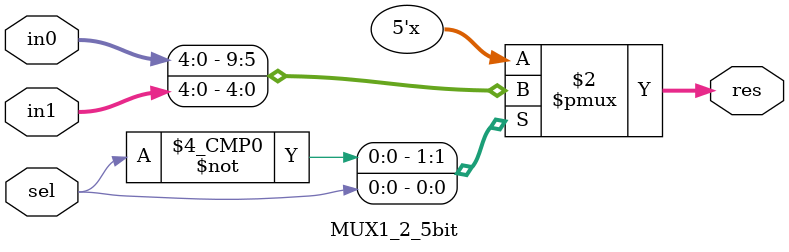
<source format=v>
`timescale 1ns / 1ps


module MUX1_2_5bit(
       input [4:0] in0,
       input [4:0] in1,
       input sel,
       output reg [4:0] res
    );
    
    always@(in0 or in1 or sel)
    begin
        case(sel)
        0: res <= in0;
        1: res <= in1;
        default: res <= in0;
        endcase
    end
endmodule

</source>
